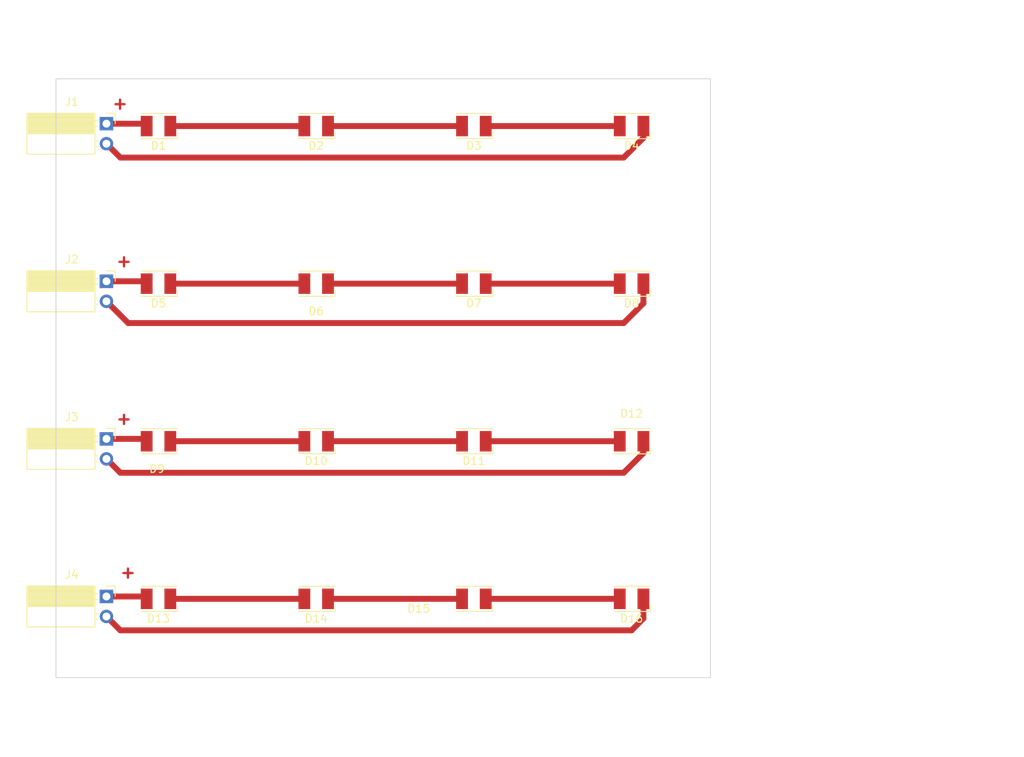
<source format=kicad_pcb>
(kicad_pcb (version 20221018) (generator pcbnew)
  (layers (0 "F.Cu" signal) (31 "B.Cu" signal) (34 "B.Paste" user) (35 "F.Paste" user) (36 "B.SilkS" user "B.Silkscreen") (37 "F.SilkS" user "F.Silkscreen") (38 "B.Mask" user) (39 "F.Mask" user) (44 "Edge.Cuts" user))
  (net 0 "")
  (net 1 "Net-(D1-K)")
  (net 2 "Net-(D1-A)")
  (net 3 "Net-(D2-K)")
  (net 4 "Net-(D3-K)")
  (net 5 "Net-(D4-K)")
  (net 6 "Net-(D5-K)")
  (net 7 "Net-(D5-A)")
  (net 8 "Net-(D6-K)")
  (net 9 "Net-(D7-K)")
  (net 10 "Net-(D8-K)")
  (net 11 "Net-(D10-A)")
  (net 12 "Net-(D9-A)")
  (net 13 "Net-(D10-K)")
  (net 14 "Net-(D11-K)")
  (net 15 "Net-(D12-K)")
  (net 16 "Net-(D13-K)")
  (net 17 "Net-(D13-A)")
  (net 18 "Net-(D14-K)")
  (net 19 "Net-(D15-K)")
  (net 20 "Net-(D16-K)")
  (footprint "LED_SMD:LED_PLCC-2_3.4x3.0mm_KA" (layer "F.Cu") (at 120 117 180)
    (fp_text reference "D10" (at 0 -2.5) (layer "F.SilkS"))
    (fp_text value "LED")
    (fp_line (start -2.4 -1.6) (end -2.4 -0.8) (stroke (width 0.12)) (layer "F.SilkS"))
    (fp_line (start 2.25 -1.6) (end -2.4 -1.6) (stroke (width 0.12)) (layer "F.SilkS"))
    (fp_line (start 2.25 1.6) (end -2.4 1.6) (stroke (width 0.12)) (layer "F.SilkS"))
    (pad "1" smd rect (at -1.5 0 180) (size 1.5 2.6) (layers "F.Cu" "F.Paste" "F.Mask") (net 13 "Net-(D10-K)"))
    (pad "2" smd rect (at 1.5 0 180) (size 1.5 2.6) (layers "F.Cu" "F.Paste" "F.Mask") (net 11 "Net-(D10-A)"))
  )
  (footprint "Connector_PinSocket_2.54mm:PinSocket_1x02_P2.54mm_Horizontal" (layer "F.Cu") (at 93.4 136.7)
    (fp_text reference "J4" (at -4.38 -2.77) (layer "F.SilkS"))
    (fp_text value "Conn_01x02_Socket")
    (fp_line (start -10.09 -1.33) (end -10.09 3.87) (stroke (width 0.12)) (layer "F.SilkS"))
    (fp_line (start -10.09 -1.33) (end -1.46 -1.33) (stroke (width 0.12)) (layer "F.SilkS"))
    (fp_line (start -10.09 -1.21) (end -1.46 -1.21) (stroke (width 0.12)) (layer "F.SilkS"))
    (fp_line (start -10.09 -1.091905) (end -1.46 -1.091905) (stroke (width 0.12)) (layer "F.SilkS"))
    (fp_line (start -10.09 -0.97381) (end -1.46 -0.97381) (stroke (width 0.12)) (layer "F.SilkS"))
    (fp_line (start -10.09 -0.855715) (end -1.46 -0.855715) (stroke (width 0.12)) (layer "F.SilkS"))
    (fp_line (start -10.09 -0.73762) (end -1.46 -0.73762) (stroke (width 0.12)) (layer "F.SilkS"))
    (fp_line (start -10.09 -0.619525) (end -1.46 -0.619525) (stroke (width 0.12)) (layer "F.SilkS"))
    (fp_line (start -10.09 -0.50143) (end -1.46 -0.50143) (stroke (width 0.12)) (layer "F.SilkS"))
    (fp_line (start -10.09 -0.383335) (end -1.46 -0.383335) (stroke (width 0.12)) (layer "F.SilkS"))
    (fp_line (start -10.09 -0.26524) (end -1.46 -0.26524) (stroke (width 0.12)) (layer "F.SilkS"))
    (fp_line (start -10.09 -0.147145) (end -1.46 -0.147145) (stroke (width 0.12)) (layer "F.SilkS"))
    (fp_line (start -10.09 -0.02905) (end -1.46 -0.02905) (stroke (width 0.12)) (layer "F.SilkS"))
    (fp_line (start -10.09 0.089045) (end -1.46 0.089045) (stroke (width 0.12)) (layer "F.SilkS"))
    (fp_line (start -10.09 0.20714) (end -1.46 0.20714) (stroke (width 0.12)) (layer "F.SilkS"))
    (fp_line (start -10.09 0.325235) (end -1.46 0.325235) (stroke (width 0.12)) (layer "F.SilkS"))
    (fp_line (start -10.09 0.44333) (end -1.46 0.44333) (stroke (width 0.12)) (layer "F.SilkS"))
    (fp_line (start -10.09 0.561425) (end -1.46 0.561425) (stroke (width 0.12)) (layer "F.SilkS"))
    (fp_line (start -10.09 0.67952) (end -1.46 0.67952) (stroke (width 0.12)) (layer "F.SilkS"))
    (fp_line (start -10.09 0.797615) (end -1.46 0.797615) (stroke (width 0.12)) (layer "F.SilkS"))
    (fp_line (start -10.09 0.91571) (end -1.46 0.91571) (stroke (width 0.12)) (layer "F.SilkS"))
    (fp_line (start -10.09 1.033805) (end -1.46 1.033805) (stroke (width 0.12)) (layer "F.SilkS"))
    (fp_line (start -10.09 1.1519) (end -1.46 1.1519) (stroke (width 0.12)) (layer "F.SilkS"))
    (fp_line (start -10.09 1.27) (end -1.46 1.27) (stroke (width 0.12)) (layer "F.SilkS"))
    (fp_line (start -10.09 3.87) (end -1.46 3.87) (stroke (width 0.12)) (layer "F.SilkS"))
    (fp_line (start -1.46 -1.33) (end -1.46 3.87) (stroke (width 0.12)) (layer "F.SilkS"))
    (fp_line (start -1.46 -0.36) (end -1.11 -0.36) (stroke (width 0.12)) (layer "F.SilkS"))
    (fp_line (start -1.46 0.36) (end -1.11 0.36) (stroke (width 0.12)) (layer "F.SilkS"))
    (fp_line (start -1.46 2.18) (end -1.05 2.18) (stroke (width 0.12)) (layer "F.SilkS"))
    (fp_line (start -1.46 2.9) (end -1.05 2.9) (stroke (width 0.12)) (layer "F.SilkS"))
    (fp_line (start 0 -1.33) (end 1.11 -1.33) (stroke (width 0.12)) (layer "F.SilkS"))
    (fp_line (start 1.11 -1.33) (end 1.11 0) (stroke (width 0.12)) (layer "F.SilkS"))
    (pad "1" thru_hole rect (at 0 0) (size 1.7 1.7) (drill 1) (layers "*.Cu" "*.Mask") (net 17 "Net-(D13-A)"))
    (pad "2" thru_hole oval (at 0 2.54) (size 1.7 1.7) (drill 1) (layers "*.Cu" "*.Mask") (net 20 "Net-(D16-K)"))
  )
  (footprint "LED_SMD:LED_PLCC-2_3.4x3.0mm_KA" (layer "F.Cu") (at 160 117 180)
    (fp_text reference "D12" (at 0 3.5) (layer "F.SilkS"))
    (fp_text value "LED")
    (fp_line (start -2.4 -1.6) (end -2.4 -0.8) (stroke (width 0.12)) (layer "F.SilkS"))
    (fp_line (start 2.25 -1.6) (end -2.4 -1.6) (stroke (width 0.12)) (layer "F.SilkS"))
    (fp_line (start 2.25 1.6) (end -2.4 1.6) (stroke (width 0.12)) (layer "F.SilkS"))
    (pad "1" smd rect (at -1.5 0 180) (size 1.5 2.6) (layers "F.Cu" "F.Paste" "F.Mask") (net 15 "Net-(D12-K)"))
    (pad "2" smd rect (at 1.5 0 180) (size 1.5 2.6) (layers "F.Cu" "F.Paste" "F.Mask") (net 14 "Net-(D11-K)"))
  )
  (footprint "LED_SMD:LED_PLCC-2_3.4x3.0mm_KA" (layer "F.Cu") (at 120 97 180)
    (fp_text reference "D6" (at 0 -3.5) (layer "F.SilkS"))
    (fp_text value "LED")
    (fp_line (start -2.4 -1.6) (end -2.4 -0.8) (stroke (width 0.12)) (layer "F.SilkS"))
    (fp_line (start 2.25 -1.6) (end -2.4 -1.6) (stroke (width 0.12)) (layer "F.SilkS"))
    (fp_line (start 2.25 1.6) (end -2.4 1.6) (stroke (width 0.12)) (layer "F.SilkS"))
    (pad "1" smd rect (at -1.5 0 180) (size 1.5 2.6) (layers "F.Cu" "F.Paste" "F.Mask") (net 8 "Net-(D6-K)"))
    (pad "2" smd rect (at 1.5 0 180) (size 1.5 2.6) (layers "F.Cu" "F.Paste" "F.Mask") (net 6 "Net-(D5-K)"))
  )
  (footprint "Connector_PinSocket_2.54mm:PinSocket_1x02_P2.54mm_Horizontal" (layer "F.Cu") (at 93.4 96.7)
    (fp_text reference "J2" (at -4.38 -2.77) (layer "F.SilkS"))
    (fp_text value "Conn_01x02_Socket")
    (fp_line (start -10.09 -1.33) (end -10.09 3.87) (stroke (width 0.12)) (layer "F.SilkS"))
    (fp_line (start -10.09 -1.33) (end -1.46 -1.33) (stroke (width 0.12)) (layer "F.SilkS"))
    (fp_line (start -10.09 -1.21) (end -1.46 -1.21) (stroke (width 0.12)) (layer "F.SilkS"))
    (fp_line (start -10.09 -1.091905) (end -1.46 -1.091905) (stroke (width 0.12)) (layer "F.SilkS"))
    (fp_line (start -10.09 -0.97381) (end -1.46 -0.97381) (stroke (width 0.12)) (layer "F.SilkS"))
    (fp_line (start -10.09 -0.855715) (end -1.46 -0.855715) (stroke (width 0.12)) (layer "F.SilkS"))
    (fp_line (start -10.09 -0.73762) (end -1.46 -0.73762) (stroke (width 0.12)) (layer "F.SilkS"))
    (fp_line (start -10.09 -0.619525) (end -1.46 -0.619525) (stroke (width 0.12)) (layer "F.SilkS"))
    (fp_line (start -10.09 -0.50143) (end -1.46 -0.50143) (stroke (width 0.12)) (layer "F.SilkS"))
    (fp_line (start -10.09 -0.383335) (end -1.46 -0.383335) (stroke (width 0.12)) (layer "F.SilkS"))
    (fp_line (start -10.09 -0.26524) (end -1.46 -0.26524) (stroke (width 0.12)) (layer "F.SilkS"))
    (fp_line (start -10.09 -0.147145) (end -1.46 -0.147145) (stroke (width 0.12)) (layer "F.SilkS"))
    (fp_line (start -10.09 -0.02905) (end -1.46 -0.02905) (stroke (width 0.12)) (layer "F.SilkS"))
    (fp_line (start -10.09 0.089045) (end -1.46 0.089045) (stroke (width 0.12)) (layer "F.SilkS"))
    (fp_line (start -10.09 0.20714) (end -1.46 0.20714) (stroke (width 0.12)) (layer "F.SilkS"))
    (fp_line (start -10.09 0.325235) (end -1.46 0.325235) (stroke (width 0.12)) (layer "F.SilkS"))
    (fp_line (start -10.09 0.44333) (end -1.46 0.44333) (stroke (width 0.12)) (layer "F.SilkS"))
    (fp_line (start -10.09 0.561425) (end -1.46 0.561425) (stroke (width 0.12)) (layer "F.SilkS"))
    (fp_line (start -10.09 0.67952) (end -1.46 0.67952) (stroke (width 0.12)) (layer "F.SilkS"))
    (fp_line (start -10.09 0.797615) (end -1.46 0.797615) (stroke (width 0.12)) (layer "F.SilkS"))
    (fp_line (start -10.09 0.91571) (end -1.46 0.91571) (stroke (width 0.12)) (layer "F.SilkS"))
    (fp_line (start -10.09 1.033805) (end -1.46 1.033805) (stroke (width 0.12)) (layer "F.SilkS"))
    (fp_line (start -10.09 1.1519) (end -1.46 1.1519) (stroke (width 0.12)) (layer "F.SilkS"))
    (fp_line (start -10.09 1.27) (end -1.46 1.27) (stroke (width 0.12)) (layer "F.SilkS"))
    (fp_line (start -10.09 3.87) (end -1.46 3.87) (stroke (width 0.12)) (layer "F.SilkS"))
    (fp_line (start -1.46 -1.33) (end -1.46 3.87) (stroke (width 0.12)) (layer "F.SilkS"))
    (fp_line (start -1.46 -0.36) (end -1.11 -0.36) (stroke (width 0.12)) (layer "F.SilkS"))
    (fp_line (start -1.46 0.36) (end -1.11 0.36) (stroke (width 0.12)) (layer "F.SilkS"))
    (fp_line (start -1.46 2.18) (end -1.05 2.18) (stroke (width 0.12)) (layer "F.SilkS"))
    (fp_line (start -1.46 2.9) (end -1.05 2.9) (stroke (width 0.12)) (layer "F.SilkS"))
    (fp_line (start 0 -1.33) (end 1.11 -1.33) (stroke (width 0.12)) (layer "F.SilkS"))
    (fp_line (start 1.11 -1.33) (end 1.11 0) (stroke (width 0.12)) (layer "F.SilkS"))
    (pad "1" thru_hole rect (at 0 0) (size 1.7 1.7) (drill 1) (layers "*.Cu" "*.Mask") (net 7 "Net-(D5-A)"))
    (pad "2" thru_hole oval (at 0 2.54) (size 1.7 1.7) (drill 1) (layers "*.Cu" "*.Mask") (net 10 "Net-(D8-K)"))
  )
  (footprint "Connector_PinSocket_2.54mm:PinSocket_1x02_P2.54mm_Horizontal" (layer "F.Cu") (at 93.4 116.7)
    (fp_text reference "J3" (at -4.38 -2.77) (layer "F.SilkS"))
    (fp_text value "Conn_01x02_Socket")
    (fp_line (start -10.09 -1.33) (end -10.09 3.87) (stroke (width 0.12)) (layer "F.SilkS"))
    (fp_line (start -10.09 -1.33) (end -1.46 -1.33) (stroke (width 0.12)) (layer "F.SilkS"))
    (fp_line (start -10.09 -1.21) (end -1.46 -1.21) (stroke (width 0.12)) (layer "F.SilkS"))
    (fp_line (start -10.09 -1.091905) (end -1.46 -1.091905) (stroke (width 0.12)) (layer "F.SilkS"))
    (fp_line (start -10.09 -0.97381) (end -1.46 -0.97381) (stroke (width 0.12)) (layer "F.SilkS"))
    (fp_line (start -10.09 -0.855715) (end -1.46 -0.855715) (stroke (width 0.12)) (layer "F.SilkS"))
    (fp_line (start -10.09 -0.73762) (end -1.46 -0.73762) (stroke (width 0.12)) (layer "F.SilkS"))
    (fp_line (start -10.09 -0.619525) (end -1.46 -0.619525) (stroke (width 0.12)) (layer "F.SilkS"))
    (fp_line (start -10.09 -0.50143) (end -1.46 -0.50143) (stroke (width 0.12)) (layer "F.SilkS"))
    (fp_line (start -10.09 -0.383335) (end -1.46 -0.383335) (stroke (width 0.12)) (layer "F.SilkS"))
    (fp_line (start -10.09 -0.26524) (end -1.46 -0.26524) (stroke (width 0.12)) (layer "F.SilkS"))
    (fp_line (start -10.09 -0.147145) (end -1.46 -0.147145) (stroke (width 0.12)) (layer "F.SilkS"))
    (fp_line (start -10.09 -0.02905) (end -1.46 -0.02905) (stroke (width 0.12)) (layer "F.SilkS"))
    (fp_line (start -10.09 0.089045) (end -1.46 0.089045) (stroke (width 0.12)) (layer "F.SilkS"))
    (fp_line (start -10.09 0.20714) (end -1.46 0.20714) (stroke (width 0.12)) (layer "F.SilkS"))
    (fp_line (start -10.09 0.325235) (end -1.46 0.325235) (stroke (width 0.12)) (layer "F.SilkS"))
    (fp_line (start -10.09 0.44333) (end -1.46 0.44333) (stroke (width 0.12)) (layer "F.SilkS"))
    (fp_line (start -10.09 0.561425) (end -1.46 0.561425) (stroke (width 0.12)) (layer "F.SilkS"))
    (fp_line (start -10.09 0.67952) (end -1.46 0.67952) (stroke (width 0.12)) (layer "F.SilkS"))
    (fp_line (start -10.09 0.797615) (end -1.46 0.797615) (stroke (width 0.12)) (layer "F.SilkS"))
    (fp_line (start -10.09 0.91571) (end -1.46 0.91571) (stroke (width 0.12)) (layer "F.SilkS"))
    (fp_line (start -10.09 1.033805) (end -1.46 1.033805) (stroke (width 0.12)) (layer "F.SilkS"))
    (fp_line (start -10.09 1.1519) (end -1.46 1.1519) (stroke (width 0.12)) (layer "F.SilkS"))
    (fp_line (start -10.09 1.27) (end -1.46 1.27) (stroke (width 0.12)) (layer "F.SilkS"))
    (fp_line (start -10.09 3.87) (end -1.46 3.87) (stroke (width 0.12)) (layer "F.SilkS"))
    (fp_line (start -1.46 -1.33) (end -1.46 3.87) (stroke (width 0.12)) (layer "F.SilkS"))
    (fp_line (start -1.46 -0.36) (end -1.11 -0.36) (stroke (width 0.12)) (layer "F.SilkS"))
    (fp_line (start -1.46 0.36) (end -1.11 0.36) (stroke (width 0.12)) (layer "F.SilkS"))
    (fp_line (start -1.46 2.18) (end -1.05 2.18) (stroke (width 0.12)) (layer "F.SilkS"))
    (fp_line (start -1.46 2.9) (end -1.05 2.9) (stroke (width 0.12)) (layer "F.SilkS"))
    (fp_line (start 0 -1.33) (end 1.11 -1.33) (stroke (width 0.12)) (layer "F.SilkS"))
    (fp_line (start 1.11 -1.33) (end 1.11 0) (stroke (width 0.12)) (layer "F.SilkS"))
    (pad "1" thru_hole rect (at 0 0) (size 1.7 1.7) (drill 1) (layers "*.Cu" "*.Mask") (net 12 "Net-(D9-A)"))
    (pad "2" thru_hole oval (at 0 2.54) (size 1.7 1.7) (drill 1) (layers "*.Cu" "*.Mask") (net 15 "Net-(D12-K)"))
  )
  (footprint "LED_SMD:LED_PLCC-2_3.4x3.0mm_KA" (layer "F.Cu") (at 140 97 180)
    (fp_text reference "D7" (at 0 -2.5) (layer "F.SilkS"))
    (fp_text value "LED")
    (fp_line (start -2.4 -1.6) (end -2.4 -0.8) (stroke (width 0.12)) (layer "F.SilkS"))
    (fp_line (start 2.25 -1.6) (end -2.4 -1.6) (stroke (width 0.12)) (layer "F.SilkS"))
    (fp_line (start 2.25 1.6) (end -2.4 1.6) (stroke (width 0.12)) (layer "F.SilkS"))
    (pad "1" smd rect (at -1.5 0 180) (size 1.5 2.6) (layers "F.Cu" "F.Paste" "F.Mask") (net 9 "Net-(D7-K)"))
    (pad "2" smd rect (at 1.5 0 180) (size 1.5 2.6) (layers "F.Cu" "F.Paste" "F.Mask") (net 8 "Net-(D6-K)"))
  )
  (footprint "LED_SMD:LED_PLCC-2_3.4x3.0mm_KA" (layer "F.Cu") (at 140 77 180)
    (fp_text reference "D3" (at 0 -2.5) (layer "F.SilkS"))
    (fp_text value "LED")
    (fp_line (start -2.4 -1.6) (end -2.4 -0.8) (stroke (width 0.12)) (layer "F.SilkS"))
    (fp_line (start 2.25 -1.6) (end -2.4 -1.6) (stroke (width 0.12)) (layer "F.SilkS"))
    (fp_line (start 2.25 1.6) (end -2.4 1.6) (stroke (width 0.12)) (layer "F.SilkS"))
    (pad "1" smd rect (at -1.5 0 180) (size 1.5 2.6) (layers "F.Cu" "F.Paste" "F.Mask") (net 4 "Net-(D3-K)"))
    (pad "2" smd rect (at 1.5 0 180) (size 1.5 2.6) (layers "F.Cu" "F.Paste" "F.Mask") (net 3 "Net-(D2-K)"))
  )
  (footprint "LED_SMD:LED_PLCC-2_3.4x3.0mm_KA" (layer "F.Cu") (at 160 77 180)
    (fp_text reference "D4" (at 0 -2.5) (layer "F.SilkS"))
    (fp_text value "LED")
    (fp_line (start -2.4 -1.6) (end -2.4 -0.8) (stroke (width 0.12)) (layer "F.SilkS"))
    (fp_line (start 2.25 -1.6) (end -2.4 -1.6) (stroke (width 0.12)) (layer "F.SilkS"))
    (fp_line (start 2.25 1.6) (end -2.4 1.6) (stroke (width 0.12)) (layer "F.SilkS"))
    (pad "1" smd rect (at -1.5 0 180) (size 1.5 2.6) (layers "F.Cu" "F.Paste" "F.Mask") (net 5 "Net-(D4-K)"))
    (pad "2" smd rect (at 1.5 0 180) (size 1.5 2.6) (layers "F.Cu" "F.Paste" "F.Mask") (net 4 "Net-(D3-K)"))
  )
  (footprint "LED_SMD:LED_PLCC-2_3.4x3.0mm_KA" (layer "F.Cu") (at 120 137 180)
    (fp_text reference "D14" (at 0 -2.5) (layer "F.SilkS"))
    (fp_text value "LED")
    (fp_line (start -2.4 -1.6) (end -2.4 -0.8) (stroke (width 0.12)) (layer "F.SilkS"))
    (fp_line (start 2.25 -1.6) (end -2.4 -1.6) (stroke (width 0.12)) (layer "F.SilkS"))
    (fp_line (start 2.25 1.6) (end -2.4 1.6) (stroke (width 0.12)) (layer "F.SilkS"))
    (pad "1" smd rect (at -1.5 0 180) (size 1.5 2.6) (layers "F.Cu" "F.Paste" "F.Mask") (net 18 "Net-(D14-K)"))
    (pad "2" smd rect (at 1.5 0 180) (size 1.5 2.6) (layers "F.Cu" "F.Paste" "F.Mask") (net 16 "Net-(D13-K)"))
  )
  (footprint "LED_SMD:LED_PLCC-2_3.4x3.0mm_KA" (layer "F.Cu") (at 140 117 180)
    (fp_text reference "D11" (at 0 -2.5) (layer "F.SilkS"))
    (fp_text value "LED")
    (fp_line (start -2.4 -1.6) (end -2.4 -0.8) (stroke (width 0.12)) (layer "F.SilkS"))
    (fp_line (start 2.25 -1.6) (end -2.4 -1.6) (stroke (width 0.12)) (layer "F.SilkS"))
    (fp_line (start 2.25 1.6) (end -2.4 1.6) (stroke (width 0.12)) (layer "F.SilkS"))
    (pad "1" smd rect (at -1.5 0 180) (size 1.5 2.6) (layers "F.Cu" "F.Paste" "F.Mask") (net 14 "Net-(D11-K)"))
    (pad "2" smd rect (at 1.5 0 180) (size 1.5 2.6) (layers "F.Cu" "F.Paste" "F.Mask") (net 13 "Net-(D10-K)"))
  )
  (footprint "LED_SMD:LED_PLCC-2_3.4x3.0mm_KA" (layer "F.Cu") (at 120 77 180)
    (fp_text reference "D2" (at 0 -2.5) (layer "F.SilkS"))
    (fp_text value "LED")
    (fp_line (start -2.4 -1.6) (end -2.4 -0.8) (stroke (width 0.12)) (layer "F.SilkS"))
    (fp_line (start 2.25 -1.6) (end -2.4 -1.6) (stroke (width 0.12)) (layer "F.SilkS"))
    (fp_line (start 2.25 1.6) (end -2.4 1.6) (stroke (width 0.12)) (layer "F.SilkS"))
    (pad "1" smd rect (at -1.5 0 180) (size 1.5 2.6) (layers "F.Cu" "F.Paste" "F.Mask") (net 3 "Net-(D2-K)"))
    (pad "2" smd rect (at 1.5 0 180) (size 1.5 2.6) (layers "F.Cu" "F.Paste" "F.Mask") (net 1 "Net-(D1-K)"))
  )
  (footprint "LED_SMD:LED_PLCC-2_3.4x3.0mm_KA" (layer "F.Cu") (at 160 97 180)
    (fp_text reference "D8" (at 0 -2.5) (layer "F.SilkS"))
    (fp_text value "LED")
    (fp_line (start -2.4 -1.6) (end -2.4 -0.8) (stroke (width 0.12)) (layer "F.SilkS"))
    (fp_line (start 2.25 -1.6) (end -2.4 -1.6) (stroke (width 0.12)) (layer "F.SilkS"))
    (fp_line (start 2.25 1.6) (end -2.4 1.6) (stroke (width 0.12)) (layer "F.SilkS"))
    (pad "1" smd rect (at -1.5 0 180) (size 1.5 2.6) (layers "F.Cu" "F.Paste" "F.Mask") (net 10 "Net-(D8-K)"))
    (pad "2" smd rect (at 1.5 0 180) (size 1.5 2.6) (layers "F.Cu" "F.Paste" "F.Mask") (net 9 "Net-(D7-K)"))
  )
  (footprint "LED_SMD:LED_PLCC-2_3.4x3.0mm_KA" (layer "F.Cu") (at 100 117 180)
    (fp_text reference "D9" (at 0.2 -3.5) (layer "F.SilkS"))
    (fp_text value "LED")
    (fp_line (start -2.4 -1.6) (end -2.4 -0.8) (stroke (width 0.12)) (layer "F.SilkS"))
    (fp_line (start 2.25 -1.6) (end -2.4 -1.6) (stroke (width 0.12)) (layer "F.SilkS"))
    (fp_line (start 2.25 1.6) (end -2.4 1.6) (stroke (width 0.12)) (layer "F.SilkS"))
    (pad "1" smd rect (at -1.5 0 180) (size 1.5 2.6) (layers "F.Cu" "F.Paste" "F.Mask") (net 11 "Net-(D10-A)"))
    (pad "2" smd rect (at 1.5 0 180) (size 1.5 2.6) (layers "F.Cu" "F.Paste" "F.Mask") (net 12 "Net-(D9-A)"))
  )
  (footprint "Connector_PinSocket_2.54mm:PinSocket_1x02_P2.54mm_Horizontal" (layer "F.Cu") (at 93.4 76.7)
    (fp_text reference "J1" (at -4.38 -2.77) (layer "F.SilkS"))
    (fp_text value "Conn_01x02_Socket")
    (fp_line (start -10.09 -1.33) (end -10.09 3.87) (stroke (width 0.12)) (layer "F.SilkS"))
    (fp_line (start -10.09 -1.33) (end -1.46 -1.33) (stroke (width 0.12)) (layer "F.SilkS"))
    (fp_line (start -10.09 -1.21) (end -1.46 -1.21) (stroke (width 0.12)) (layer "F.SilkS"))
    (fp_line (start -10.09 -1.091905) (end -1.46 -1.091905) (stroke (width 0.12)) (layer "F.SilkS"))
    (fp_line (start -10.09 -0.97381) (end -1.46 -0.97381) (stroke (width 0.12)) (layer "F.SilkS"))
    (fp_line (start -10.09 -0.855715) (end -1.46 -0.855715) (stroke (width 0.12)) (layer "F.SilkS"))
    (fp_line (start -10.09 -0.73762) (end -1.46 -0.73762) (stroke (width 0.12)) (layer "F.SilkS"))
    (fp_line (start -10.09 -0.619525) (end -1.46 -0.619525) (stroke (width 0.12)) (layer "F.SilkS"))
    (fp_line (start -10.09 -0.50143) (end -1.46 -0.50143) (stroke (width 0.12)) (layer "F.SilkS"))
    (fp_line (start -10.09 -0.383335) (end -1.46 -0.383335) (stroke (width 0.12)) (layer "F.SilkS"))
    (fp_line (start -10.09 -0.26524) (end -1.46 -0.26524) (stroke (width 0.12)) (layer "F.SilkS"))
    (fp_line (start -10.09 -0.147145) (end -1.46 -0.147145) (stroke (width 0.12)) (layer "F.SilkS"))
    (fp_line (start -10.09 -0.02905) (end -1.46 -0.02905) (stroke (width 0.12)) (layer "F.SilkS"))
    (fp_line (start -10.09 0.089045) (end -1.46 0.089045) (stroke (width 0.12)) (layer "F.SilkS"))
    (fp_line (start -10.09 0.20714) (end -1.46 0.20714) (stroke (width 0.12)) (layer "F.SilkS"))
    (fp_line (start -10.09 0.325235) (end -1.46 0.325235) (stroke (width 0.12)) (layer "F.SilkS"))
    (fp_line (start -10.09 0.44333) (end -1.46 0.44333) (stroke (width 0.12)) (layer "F.SilkS"))
    (fp_line (start -10.09 0.561425) (end -1.46 0.561425) (stroke (width 0.12)) (layer "F.SilkS"))
    (fp_line (start -10.09 0.67952) (end -1.46 0.67952) (stroke (width 0.12)) (layer "F.SilkS"))
    (fp_line (start -10.09 0.797615) (end -1.46 0.797615) (stroke (width 0.12)) (layer "F.SilkS"))
    (fp_line (start -10.09 0.91571) (end -1.46 0.91571) (stroke (width 0.12)) (layer "F.SilkS"))
    (fp_line (start -10.09 1.033805) (end -1.46 1.033805) (stroke (width 0.12)) (layer "F.SilkS"))
    (fp_line (start -10.09 1.1519) (end -1.46 1.1519) (stroke (width 0.12)) (layer "F.SilkS"))
    (fp_line (start -10.09 1.27) (end -1.46 1.27) (stroke (width 0.12)) (layer "F.SilkS"))
    (fp_line (start -10.09 3.87) (end -1.46 3.87) (stroke (width 0.12)) (layer "F.SilkS"))
    (fp_line (start -1.46 -1.33) (end -1.46 3.87) (stroke (width 0.12)) (layer "F.SilkS"))
    (fp_line (start -1.46 -0.36) (end -1.11 -0.36) (stroke (width 0.12)) (layer "F.SilkS"))
    (fp_line (start -1.46 0.36) (end -1.11 0.36) (stroke (width 0.12)) (layer "F.SilkS"))
    (fp_line (start -1.46 2.18) (end -1.05 2.18) (stroke (width 0.12)) (layer "F.SilkS"))
    (fp_line (start -1.46 2.9) (end -1.05 2.9) (stroke (width 0.12)) (layer "F.SilkS"))
    (fp_line (start 0 -1.33) (end 1.11 -1.33) (stroke (width 0.12)) (layer "F.SilkS"))
    (fp_line (start 1.11 -1.33) (end 1.11 0) (stroke (width 0.12)) (layer "F.SilkS"))
    (pad "1" thru_hole rect (at 0 0) (size 1.7 1.7) (drill 1) (layers "*.Cu" "*.Mask") (net 2 "Net-(D1-A)"))
    (pad "2" thru_hole oval (at 0 2.54) (size 1.7 1.7) (drill 1) (layers "*.Cu" "*.Mask") (net 5 "Net-(D4-K)"))
  )
  (footprint "LED_SMD:LED_PLCC-2_3.4x3.0mm_KA" (layer "F.Cu") (at 100 77 180)
    (fp_text reference "D1" (at 0 -2.5) (layer "F.SilkS"))
    (fp_text value "LED")
    (fp_line (start -2.4 -1.6) (end -2.4 -0.8) (stroke (width 0.12)) (layer "F.SilkS"))
    (fp_line (start 2.25 -1.6) (end -2.4 -1.6) (stroke (width 0.12)) (layer "F.SilkS"))
    (fp_line (start 2.25 1.6) (end -2.4 1.6) (stroke (width 0.12)) (layer "F.SilkS"))
    (pad "1" smd rect (at -1.5 0 180) (size 1.5 2.6) (layers "F.Cu" "F.Paste" "F.Mask") (net 1 "Net-(D1-K)"))
    (pad "2" smd rect (at 1.5 0 180) (size 1.5 2.6) (layers "F.Cu" "F.Paste" "F.Mask") (net 2 "Net-(D1-A)"))
  )
  (footprint "LED_SMD:LED_PLCC-2_3.4x3.0mm_KA" (layer "F.Cu") (at 100 97 180)
    (fp_text reference "D5" (at 0 -2.5) (layer "F.SilkS"))
    (fp_text value "LED")
    (fp_line (start -2.4 -1.6) (end -2.4 -0.8) (stroke (width 0.12)) (layer "F.SilkS"))
    (fp_line (start 2.25 -1.6) (end -2.4 -1.6) (stroke (width 0.12)) (layer "F.SilkS"))
    (fp_line (start 2.25 1.6) (end -2.4 1.6) (stroke (width 0.12)) (layer "F.SilkS"))
    (pad "1" smd rect (at -1.5 0 180) (size 1.5 2.6) (layers "F.Cu" "F.Paste" "F.Mask") (net 6 "Net-(D5-K)"))
    (pad "2" smd rect (at 1.5 0 180) (size 1.5 2.6) (layers "F.Cu" "F.Paste" "F.Mask") (net 7 "Net-(D5-A)"))
  )
  (footprint "LED_SMD:LED_PLCC-2_3.4x3.0mm_KA" (layer "F.Cu") (at 160 137 180)
    (fp_text reference "D16" (at 0 -2.5) (layer "F.SilkS"))
    (fp_text value "LED")
    (fp_line (start -2.4 -1.6) (end -2.4 -0.8) (stroke (width 0.12)) (layer "F.SilkS"))
    (fp_line (start 2.25 -1.6) (end -2.4 -1.6) (stroke (width 0.12)) (layer "F.SilkS"))
    (fp_line (start 2.25 1.6) (end -2.4 1.6) (stroke (width 0.12)) (layer "F.SilkS"))
    (pad "1" smd rect (at -1.5 0 180) (size 1.5 2.6) (layers "F.Cu" "F.Paste" "F.Mask") (net 20 "Net-(D16-K)"))
    (pad "2" smd rect (at 1.5 0 180) (size 1.5 2.6) (layers "F.Cu" "F.Paste" "F.Mask") (net 19 "Net-(D15-K)"))
  )
  (footprint "LED_SMD:LED_PLCC-2_3.4x3.0mm_KA" (layer "F.Cu") (at 100 137 180)
    (fp_text reference "D13" (at 0 -2.5) (layer "F.SilkS"))
    (fp_text value "LED")
    (fp_line (start -2.4 -1.6) (end -2.4 -0.8) (stroke (width 0.12)) (layer "F.SilkS"))
    (fp_line (start 2.25 -1.6) (end -2.4 -1.6) (stroke (width 0.12)) (layer "F.SilkS"))
    (fp_line (start 2.25 1.6) (end -2.4 1.6) (stroke (width 0.12)) (layer "F.SilkS"))
    (pad "1" smd rect (at -1.5 0 180) (size 1.5 2.6) (layers "F.Cu" "F.Paste" "F.Mask") (net 16 "Net-(D13-K)"))
    (pad "2" smd rect (at 1.5 0 180) (size 1.5 2.6) (layers "F.Cu" "F.Paste" "F.Mask") (net 17 "Net-(D13-A)"))
  )
  (footprint "LED_SMD:LED_PLCC-2_3.4x3.0mm_KA" (layer "F.Cu") (at 140 137 180)
    (fp_text reference "D15" (at 7 -1.25) (layer "F.SilkS"))
    (fp_text value "LED")
    (fp_line (start -2.4 -1.6) (end -2.4 -0.8) (stroke (width 0.12)) (layer "F.SilkS"))
    (fp_line (start 2.25 -1.6) (end -2.4 -1.6) (stroke (width 0.12)) (layer "F.SilkS"))
    (fp_line (start 2.25 1.6) (end -2.4 1.6) (stroke (width 0.12)) (layer "F.SilkS"))
    (pad "1" smd rect (at -1.5 0 180) (size 1.5 2.6) (layers "F.Cu" "F.Paste" "F.Mask") (net 19 "Net-(D15-K)"))
    (pad "2" smd rect (at 1.5 0 180) (size 1.5 2.6) (layers "F.Cu" "F.Paste" "F.Mask") (net 18 "Net-(D14-K)"))
  )
  (gr_rect (start 87 71) (end 170 147) (stroke (width 0.1)) (fill none) (layer "Edge.Cuts"))
  (gr_text "+" (at 94.5 115) (layer "F.Cu") (effects (font (size 1.5 1.5) (thickness 0.3) bold) (justify left bottom)))
  (gr_text "+" (at 94.5 95) (layer "F.Cu") (effects (font (size 1.5 1.5) (thickness 0.3) bold) (justify left bottom)))
  (gr_text "+" (at 94 75) (layer "F.Cu") (effects (font (size 1.5 1.5) (thickness 0.3) bold) (justify left bottom)))
  (gr_text "+" (at 95 134.5) (layer "F.Cu") (effects (font (size 1.5 1.5) (thickness 0.3) bold) (justify left bottom)))
  (segment (start 118.5 77) (end 101.5 77) (width 0.75) (layer "F.Cu") (net 1))
  (segment (start 98.2 76.7) (end 98.5 77) (width 0.75) (layer "F.Cu") (net 2))
  (segment (start 93.4 76.7) (end 98.2 76.7) (width 0.75) (layer "F.Cu") (net 2))
  (segment (start 138.5 77) (end 121.5 77) (width 0.75) (layer "F.Cu") (net 3))
  (segment (start 158.5 77) (end 141.5 77) (width 0.75) (layer "F.Cu") (net 4))
  (segment (start 161.5 78.5) (end 159 81) (width 0.75) (layer "F.Cu") (net 5))
  (segment (start 95.16 81) (end 93.4 79.24) (width 0.75) (layer "F.Cu") (net 5))
  (segment (start 161.5 77) (end 161.5 78.5) (width 0.75) (layer "F.Cu") (net 5))
  (segment (start 159 81) (end 95.16 81) (width 0.75) (layer "F.Cu") (net 5))
  (segment (start 101.5 97) (end 118.5 97) (width 0.75) (layer "F.Cu") (net 6))
  (segment (start 93.4 96.7) (end 98.2 96.7) (width 0.75) (layer "F.Cu") (net 7))
  (segment (start 98.2 96.7) (end 98.5 97) (width 0.75) (layer "F.Cu") (net 7))
  (segment (start 121.5 97) (end 138.5 97) (width 0.75) (layer "F.Cu") (net 8))
  (segment (start 141.5 97) (end 158.5 97) (width 0.75) (layer "F.Cu") (net 9))
  (segment (start 159 102) (end 161.5 99.5) (width 0.75) (layer "F.Cu") (net 10))
  (segment (start 161.5 99.5) (end 161.5 97) (width 0.75) (layer "F.Cu") (net 10))
  (segment (start 96.16 102) (end 159 102) (width 0.75) (layer "F.Cu") (net 10))
  (segment (start 93.4 99.24) (end 96.16 102) (width 0.75) (layer "F.Cu") (net 10))
  (segment (start 118.5 117) (end 101.5 117) (width 0.75) (layer "F.Cu") (net 11))
  (segment (start 93.4 116.7) (end 98.2 116.7) (width 0.75) (layer "F.Cu") (net 12))
  (segment (start 98.2 116.7) (end 98.5 117) (width 0.75) (layer "F.Cu") (net 12))
  (segment (start 138.5 117) (end 121.5 117) (width 0.75) (layer "F.Cu") (net 13))
  (segment (start 158.5 117) (end 141.5 117) (width 0.75) (layer "F.Cu") (net 14))
  (segment (start 161.5 118.5) (end 159 121) (width 0.75) (layer "F.Cu") (net 15))
  (segment (start 161.5 117) (end 161.5 118.5) (width 0.75) (layer "F.Cu") (net 15))
  (segment (start 95.16 121) (end 93.4 119.24) (width 0.75) (layer "F.Cu") (net 15))
  (segment (start 159 121) (end 95.16 121) (width 0.75) (layer "F.Cu") (net 15))
  (segment (start 118.5 137) (end 101.5 137) (width 0.75) (layer "F.Cu") (net 16))
  (segment (start 98.2 136.7) (end 98.5 137) (width 0.75) (layer "F.Cu") (net 17))
  (segment (start 93.4 136.7) (end 98.2 136.7) (width 0.75) (layer "F.Cu") (net 17))
  (segment (start 138.5 137) (end 121.5 137) (width 0.75) (layer "F.Cu") (net 18))
  (segment (start 158.5 137) (end 141.5 137) (width 0.75) (layer "F.Cu") (net 19))
  (segment (start 161.5 139.5) (end 161.5 137) (width 0.75) (layer "F.Cu") (net 20))
  (segment (start 160 141) (end 161.5 139.5) (width 0.75) (layer "F.Cu") (net 20))
  (segment (start 93.4 139.24) (end 95.16 141) (width 0.75) (layer "F.Cu") (net 20))
  (segment (start 95.16 141) (end 160 141) (width 0.75) (layer "F.Cu") (net 20))
)
</source>
